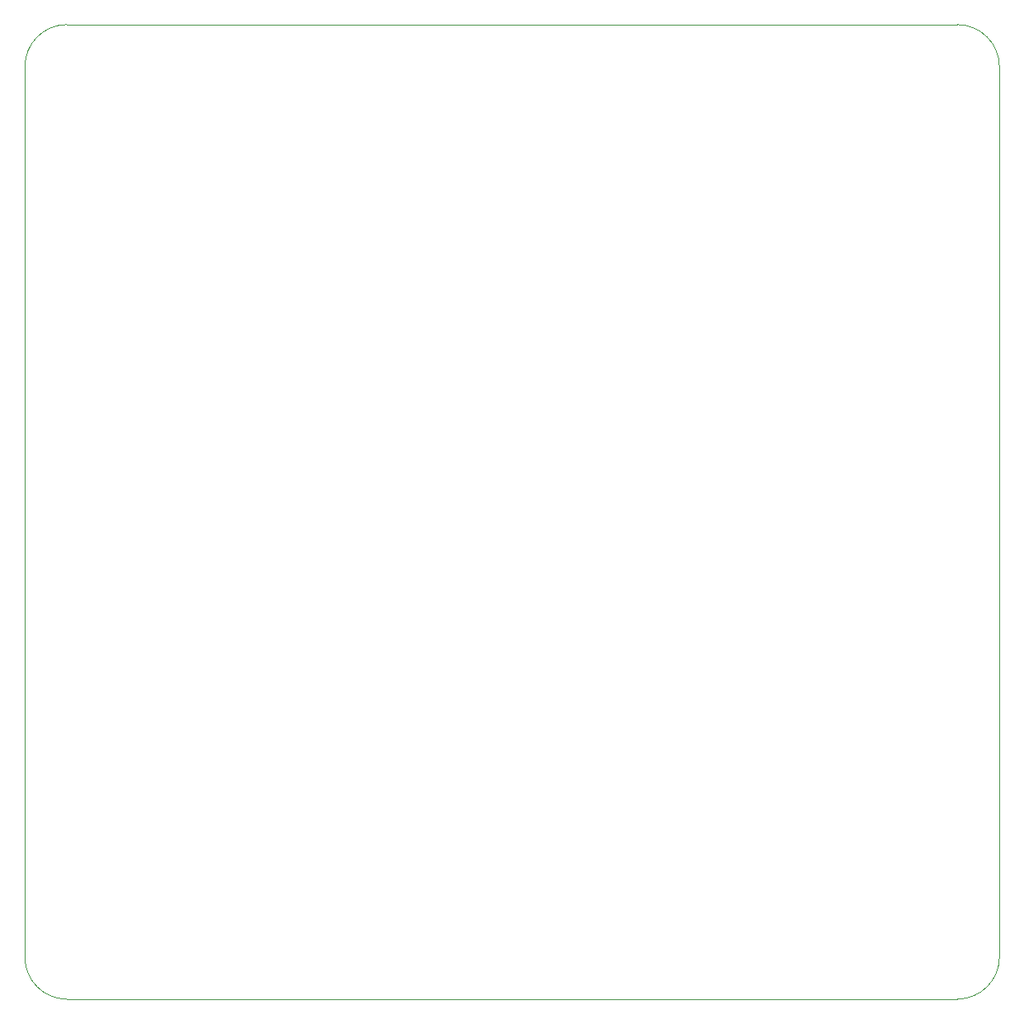
<source format=gm1>
%TF.GenerationSoftware,KiCad,Pcbnew,6.0.10-86aedd382b~118~ubuntu20.04.1*%
%TF.CreationDate,2022-12-27T17:01:33-05:00*%
%TF.ProjectId,AMP_PCBv2,414d505f-5043-4427-9632-2e6b69636164,A*%
%TF.SameCoordinates,Original*%
%TF.FileFunction,Profile,NP*%
%FSLAX46Y46*%
G04 Gerber Fmt 4.6, Leading zero omitted, Abs format (unit mm)*
G04 Created by KiCad (PCBNEW 6.0.10-86aedd382b~118~ubuntu20.04.1) date 2022-12-27 17:01:33*
%MOMM*%
%LPD*%
G01*
G04 APERTURE LIST*
%TA.AperFunction,Profile*%
%ADD10C,0.100000*%
%TD*%
G04 APERTURE END LIST*
D10*
X183134000Y-147574000D02*
G75*
G03*
X187452000Y-143256000I0J4318000D01*
G01*
X91694000Y-47498000D02*
G75*
G03*
X87376000Y-51816000I0J-4318000D01*
G01*
X91694000Y-47498000D02*
X183134000Y-47498000D01*
X91694000Y-147574000D02*
X183134000Y-147574000D01*
X187452000Y-51816000D02*
G75*
G03*
X183134000Y-47498000I-4318000J0D01*
G01*
X87376000Y-143256000D02*
X87376000Y-51816000D01*
X187452000Y-51816000D02*
X187452000Y-143256000D01*
X87376000Y-143256000D02*
G75*
G03*
X91694000Y-147574000I4318000J0D01*
G01*
M02*

</source>
